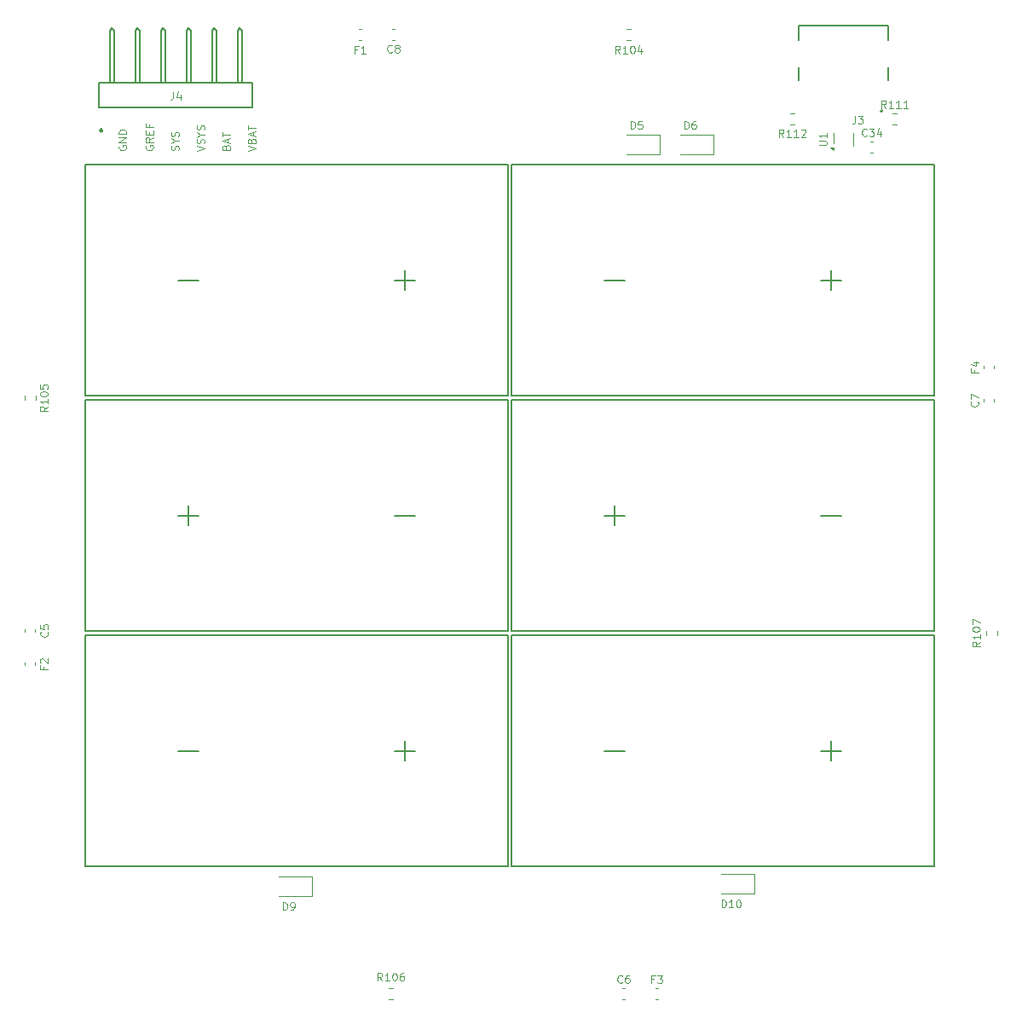
<source format=gbr>
%TF.GenerationSoftware,KiCad,Pcbnew,8.0.5*%
%TF.CreationDate,2025-02-27T20:43:24-05:00*%
%TF.ProjectId,Z+,5a2b2e6b-6963-4616-945f-706362585858,rev?*%
%TF.SameCoordinates,Original*%
%TF.FileFunction,Legend,Top*%
%TF.FilePolarity,Positive*%
%FSLAX46Y46*%
G04 Gerber Fmt 4.6, Leading zero omitted, Abs format (unit mm)*
G04 Created by KiCad (PCBNEW 8.0.5) date 2025-02-27 20:43:24*
%MOMM*%
%LPD*%
G01*
G04 APERTURE LIST*
%ADD10C,0.101600*%
%ADD11C,0.120000*%
%ADD12C,0.200000*%
%ADD13C,0.250000*%
%ADD14C,0.150000*%
G04 APERTURE END LIST*
D10*
X114110747Y-65138586D02*
X114074461Y-65211158D01*
X114074461Y-65211158D02*
X114074461Y-65320015D01*
X114074461Y-65320015D02*
X114110747Y-65428872D01*
X114110747Y-65428872D02*
X114183318Y-65501443D01*
X114183318Y-65501443D02*
X114255890Y-65537729D01*
X114255890Y-65537729D02*
X114401033Y-65574015D01*
X114401033Y-65574015D02*
X114509890Y-65574015D01*
X114509890Y-65574015D02*
X114655033Y-65537729D01*
X114655033Y-65537729D02*
X114727604Y-65501443D01*
X114727604Y-65501443D02*
X114800176Y-65428872D01*
X114800176Y-65428872D02*
X114836461Y-65320015D01*
X114836461Y-65320015D02*
X114836461Y-65247443D01*
X114836461Y-65247443D02*
X114800176Y-65138586D01*
X114800176Y-65138586D02*
X114763890Y-65102300D01*
X114763890Y-65102300D02*
X114509890Y-65102300D01*
X114509890Y-65102300D02*
X114509890Y-65247443D01*
X114836461Y-64340300D02*
X114473604Y-64594300D01*
X114836461Y-64775729D02*
X114074461Y-64775729D01*
X114074461Y-64775729D02*
X114074461Y-64485443D01*
X114074461Y-64485443D02*
X114110747Y-64412872D01*
X114110747Y-64412872D02*
X114147033Y-64376586D01*
X114147033Y-64376586D02*
X114219604Y-64340300D01*
X114219604Y-64340300D02*
X114328461Y-64340300D01*
X114328461Y-64340300D02*
X114401033Y-64376586D01*
X114401033Y-64376586D02*
X114437318Y-64412872D01*
X114437318Y-64412872D02*
X114473604Y-64485443D01*
X114473604Y-64485443D02*
X114473604Y-64775729D01*
X114437318Y-64013729D02*
X114437318Y-63759729D01*
X114836461Y-63650872D02*
X114836461Y-64013729D01*
X114836461Y-64013729D02*
X114074461Y-64013729D01*
X114074461Y-64013729D02*
X114074461Y-63650872D01*
X114437318Y-63070300D02*
X114437318Y-63324300D01*
X114836461Y-63324300D02*
X114074461Y-63324300D01*
X114074461Y-63324300D02*
X114074461Y-62961443D01*
X119154461Y-65646586D02*
X119916461Y-65392586D01*
X119916461Y-65392586D02*
X119154461Y-65138586D01*
X119880176Y-64920872D02*
X119916461Y-64812015D01*
X119916461Y-64812015D02*
X119916461Y-64630586D01*
X119916461Y-64630586D02*
X119880176Y-64558015D01*
X119880176Y-64558015D02*
X119843890Y-64521729D01*
X119843890Y-64521729D02*
X119771318Y-64485443D01*
X119771318Y-64485443D02*
X119698747Y-64485443D01*
X119698747Y-64485443D02*
X119626176Y-64521729D01*
X119626176Y-64521729D02*
X119589890Y-64558015D01*
X119589890Y-64558015D02*
X119553604Y-64630586D01*
X119553604Y-64630586D02*
X119517318Y-64775729D01*
X119517318Y-64775729D02*
X119481033Y-64848300D01*
X119481033Y-64848300D02*
X119444747Y-64884586D01*
X119444747Y-64884586D02*
X119372176Y-64920872D01*
X119372176Y-64920872D02*
X119299604Y-64920872D01*
X119299604Y-64920872D02*
X119227033Y-64884586D01*
X119227033Y-64884586D02*
X119190747Y-64848300D01*
X119190747Y-64848300D02*
X119154461Y-64775729D01*
X119154461Y-64775729D02*
X119154461Y-64594300D01*
X119154461Y-64594300D02*
X119190747Y-64485443D01*
X119553604Y-64013729D02*
X119916461Y-64013729D01*
X119154461Y-64267729D02*
X119553604Y-64013729D01*
X119553604Y-64013729D02*
X119154461Y-63759729D01*
X119880176Y-63542015D02*
X119916461Y-63433158D01*
X119916461Y-63433158D02*
X119916461Y-63251729D01*
X119916461Y-63251729D02*
X119880176Y-63179158D01*
X119880176Y-63179158D02*
X119843890Y-63142872D01*
X119843890Y-63142872D02*
X119771318Y-63106586D01*
X119771318Y-63106586D02*
X119698747Y-63106586D01*
X119698747Y-63106586D02*
X119626176Y-63142872D01*
X119626176Y-63142872D02*
X119589890Y-63179158D01*
X119589890Y-63179158D02*
X119553604Y-63251729D01*
X119553604Y-63251729D02*
X119517318Y-63396872D01*
X119517318Y-63396872D02*
X119481033Y-63469443D01*
X119481033Y-63469443D02*
X119444747Y-63505729D01*
X119444747Y-63505729D02*
X119372176Y-63542015D01*
X119372176Y-63542015D02*
X119299604Y-63542015D01*
X119299604Y-63542015D02*
X119227033Y-63505729D01*
X119227033Y-63505729D02*
X119190747Y-63469443D01*
X119190747Y-63469443D02*
X119154461Y-63396872D01*
X119154461Y-63396872D02*
X119154461Y-63215443D01*
X119154461Y-63215443D02*
X119190747Y-63106586D01*
X124234461Y-65646586D02*
X124996461Y-65392586D01*
X124996461Y-65392586D02*
X124234461Y-65138586D01*
X124597318Y-64630586D02*
X124633604Y-64521729D01*
X124633604Y-64521729D02*
X124669890Y-64485443D01*
X124669890Y-64485443D02*
X124742461Y-64449157D01*
X124742461Y-64449157D02*
X124851318Y-64449157D01*
X124851318Y-64449157D02*
X124923890Y-64485443D01*
X124923890Y-64485443D02*
X124960176Y-64521729D01*
X124960176Y-64521729D02*
X124996461Y-64594300D01*
X124996461Y-64594300D02*
X124996461Y-64884586D01*
X124996461Y-64884586D02*
X124234461Y-64884586D01*
X124234461Y-64884586D02*
X124234461Y-64630586D01*
X124234461Y-64630586D02*
X124270747Y-64558015D01*
X124270747Y-64558015D02*
X124307033Y-64521729D01*
X124307033Y-64521729D02*
X124379604Y-64485443D01*
X124379604Y-64485443D02*
X124452176Y-64485443D01*
X124452176Y-64485443D02*
X124524747Y-64521729D01*
X124524747Y-64521729D02*
X124561033Y-64558015D01*
X124561033Y-64558015D02*
X124597318Y-64630586D01*
X124597318Y-64630586D02*
X124597318Y-64884586D01*
X124778747Y-64158872D02*
X124778747Y-63796015D01*
X124996461Y-64231443D02*
X124234461Y-63977443D01*
X124234461Y-63977443D02*
X124996461Y-63723443D01*
X124234461Y-63578300D02*
X124234461Y-63142872D01*
X124996461Y-63360586D02*
X124234461Y-63360586D01*
X111443747Y-65138586D02*
X111407461Y-65211158D01*
X111407461Y-65211158D02*
X111407461Y-65320015D01*
X111407461Y-65320015D02*
X111443747Y-65428872D01*
X111443747Y-65428872D02*
X111516318Y-65501443D01*
X111516318Y-65501443D02*
X111588890Y-65537729D01*
X111588890Y-65537729D02*
X111734033Y-65574015D01*
X111734033Y-65574015D02*
X111842890Y-65574015D01*
X111842890Y-65574015D02*
X111988033Y-65537729D01*
X111988033Y-65537729D02*
X112060604Y-65501443D01*
X112060604Y-65501443D02*
X112133176Y-65428872D01*
X112133176Y-65428872D02*
X112169461Y-65320015D01*
X112169461Y-65320015D02*
X112169461Y-65247443D01*
X112169461Y-65247443D02*
X112133176Y-65138586D01*
X112133176Y-65138586D02*
X112096890Y-65102300D01*
X112096890Y-65102300D02*
X111842890Y-65102300D01*
X111842890Y-65102300D02*
X111842890Y-65247443D01*
X112169461Y-64775729D02*
X111407461Y-64775729D01*
X111407461Y-64775729D02*
X112169461Y-64340300D01*
X112169461Y-64340300D02*
X111407461Y-64340300D01*
X112169461Y-63977443D02*
X111407461Y-63977443D01*
X111407461Y-63977443D02*
X111407461Y-63796014D01*
X111407461Y-63796014D02*
X111443747Y-63687157D01*
X111443747Y-63687157D02*
X111516318Y-63614586D01*
X111516318Y-63614586D02*
X111588890Y-63578300D01*
X111588890Y-63578300D02*
X111734033Y-63542014D01*
X111734033Y-63542014D02*
X111842890Y-63542014D01*
X111842890Y-63542014D02*
X111988033Y-63578300D01*
X111988033Y-63578300D02*
X112060604Y-63614586D01*
X112060604Y-63614586D02*
X112133176Y-63687157D01*
X112133176Y-63687157D02*
X112169461Y-63796014D01*
X112169461Y-63796014D02*
X112169461Y-63977443D01*
X122057318Y-65283729D02*
X122093604Y-65174872D01*
X122093604Y-65174872D02*
X122129890Y-65138586D01*
X122129890Y-65138586D02*
X122202461Y-65102300D01*
X122202461Y-65102300D02*
X122311318Y-65102300D01*
X122311318Y-65102300D02*
X122383890Y-65138586D01*
X122383890Y-65138586D02*
X122420176Y-65174872D01*
X122420176Y-65174872D02*
X122456461Y-65247443D01*
X122456461Y-65247443D02*
X122456461Y-65537729D01*
X122456461Y-65537729D02*
X121694461Y-65537729D01*
X121694461Y-65537729D02*
X121694461Y-65283729D01*
X121694461Y-65283729D02*
X121730747Y-65211158D01*
X121730747Y-65211158D02*
X121767033Y-65174872D01*
X121767033Y-65174872D02*
X121839604Y-65138586D01*
X121839604Y-65138586D02*
X121912176Y-65138586D01*
X121912176Y-65138586D02*
X121984747Y-65174872D01*
X121984747Y-65174872D02*
X122021033Y-65211158D01*
X122021033Y-65211158D02*
X122057318Y-65283729D01*
X122057318Y-65283729D02*
X122057318Y-65537729D01*
X122238747Y-64812015D02*
X122238747Y-64449158D01*
X122456461Y-64884586D02*
X121694461Y-64630586D01*
X121694461Y-64630586D02*
X122456461Y-64376586D01*
X121694461Y-64231443D02*
X121694461Y-63796015D01*
X122456461Y-64013729D02*
X121694461Y-64013729D01*
X117340176Y-65574015D02*
X117376461Y-65465158D01*
X117376461Y-65465158D02*
X117376461Y-65283729D01*
X117376461Y-65283729D02*
X117340176Y-65211158D01*
X117340176Y-65211158D02*
X117303890Y-65174872D01*
X117303890Y-65174872D02*
X117231318Y-65138586D01*
X117231318Y-65138586D02*
X117158747Y-65138586D01*
X117158747Y-65138586D02*
X117086176Y-65174872D01*
X117086176Y-65174872D02*
X117049890Y-65211158D01*
X117049890Y-65211158D02*
X117013604Y-65283729D01*
X117013604Y-65283729D02*
X116977318Y-65428872D01*
X116977318Y-65428872D02*
X116941033Y-65501443D01*
X116941033Y-65501443D02*
X116904747Y-65537729D01*
X116904747Y-65537729D02*
X116832176Y-65574015D01*
X116832176Y-65574015D02*
X116759604Y-65574015D01*
X116759604Y-65574015D02*
X116687033Y-65537729D01*
X116687033Y-65537729D02*
X116650747Y-65501443D01*
X116650747Y-65501443D02*
X116614461Y-65428872D01*
X116614461Y-65428872D02*
X116614461Y-65247443D01*
X116614461Y-65247443D02*
X116650747Y-65138586D01*
X117013604Y-64666872D02*
X117376461Y-64666872D01*
X116614461Y-64920872D02*
X117013604Y-64666872D01*
X117013604Y-64666872D02*
X116614461Y-64412872D01*
X117340176Y-64195158D02*
X117376461Y-64086301D01*
X117376461Y-64086301D02*
X117376461Y-63904872D01*
X117376461Y-63904872D02*
X117340176Y-63832301D01*
X117340176Y-63832301D02*
X117303890Y-63796015D01*
X117303890Y-63796015D02*
X117231318Y-63759729D01*
X117231318Y-63759729D02*
X117158747Y-63759729D01*
X117158747Y-63759729D02*
X117086176Y-63796015D01*
X117086176Y-63796015D02*
X117049890Y-63832301D01*
X117049890Y-63832301D02*
X117013604Y-63904872D01*
X117013604Y-63904872D02*
X116977318Y-64050015D01*
X116977318Y-64050015D02*
X116941033Y-64122586D01*
X116941033Y-64122586D02*
X116904747Y-64158872D01*
X116904747Y-64158872D02*
X116832176Y-64195158D01*
X116832176Y-64195158D02*
X116759604Y-64195158D01*
X116759604Y-64195158D02*
X116687033Y-64158872D01*
X116687033Y-64158872D02*
X116650747Y-64122586D01*
X116650747Y-64122586D02*
X116614461Y-64050015D01*
X116614461Y-64050015D02*
X116614461Y-63868586D01*
X116614461Y-63868586D02*
X116650747Y-63759729D01*
X127707571Y-141031231D02*
X127707571Y-140269231D01*
X127707571Y-140269231D02*
X127889000Y-140269231D01*
X127889000Y-140269231D02*
X127997857Y-140305517D01*
X127997857Y-140305517D02*
X128070428Y-140378088D01*
X128070428Y-140378088D02*
X128106714Y-140450660D01*
X128106714Y-140450660D02*
X128143000Y-140595803D01*
X128143000Y-140595803D02*
X128143000Y-140704660D01*
X128143000Y-140704660D02*
X128106714Y-140849803D01*
X128106714Y-140849803D02*
X128070428Y-140922374D01*
X128070428Y-140922374D02*
X127997857Y-140994946D01*
X127997857Y-140994946D02*
X127889000Y-141031231D01*
X127889000Y-141031231D02*
X127707571Y-141031231D01*
X128505857Y-141031231D02*
X128651000Y-141031231D01*
X128651000Y-141031231D02*
X128723571Y-140994946D01*
X128723571Y-140994946D02*
X128759857Y-140958660D01*
X128759857Y-140958660D02*
X128832428Y-140849803D01*
X128832428Y-140849803D02*
X128868714Y-140704660D01*
X128868714Y-140704660D02*
X128868714Y-140414374D01*
X128868714Y-140414374D02*
X128832428Y-140341803D01*
X128832428Y-140341803D02*
X128796143Y-140305517D01*
X128796143Y-140305517D02*
X128723571Y-140269231D01*
X128723571Y-140269231D02*
X128578428Y-140269231D01*
X128578428Y-140269231D02*
X128505857Y-140305517D01*
X128505857Y-140305517D02*
X128469571Y-140341803D01*
X128469571Y-140341803D02*
X128433285Y-140414374D01*
X128433285Y-140414374D02*
X128433285Y-140595803D01*
X128433285Y-140595803D02*
X128469571Y-140668374D01*
X128469571Y-140668374D02*
X128505857Y-140704660D01*
X128505857Y-140704660D02*
X128578428Y-140740946D01*
X128578428Y-140740946D02*
X128723571Y-140740946D01*
X128723571Y-140740946D02*
X128796143Y-140704660D01*
X128796143Y-140704660D02*
X128832428Y-140668374D01*
X128832428Y-140668374D02*
X128868714Y-140595803D01*
X161199286Y-55973231D02*
X160945286Y-55610374D01*
X160763857Y-55973231D02*
X160763857Y-55211231D01*
X160763857Y-55211231D02*
X161054143Y-55211231D01*
X161054143Y-55211231D02*
X161126714Y-55247517D01*
X161126714Y-55247517D02*
X161163000Y-55283803D01*
X161163000Y-55283803D02*
X161199286Y-55356374D01*
X161199286Y-55356374D02*
X161199286Y-55465231D01*
X161199286Y-55465231D02*
X161163000Y-55537803D01*
X161163000Y-55537803D02*
X161126714Y-55574088D01*
X161126714Y-55574088D02*
X161054143Y-55610374D01*
X161054143Y-55610374D02*
X160763857Y-55610374D01*
X161925000Y-55973231D02*
X161489571Y-55973231D01*
X161707286Y-55973231D02*
X161707286Y-55211231D01*
X161707286Y-55211231D02*
X161634714Y-55320088D01*
X161634714Y-55320088D02*
X161562143Y-55392660D01*
X161562143Y-55392660D02*
X161489571Y-55428946D01*
X162396714Y-55211231D02*
X162469285Y-55211231D01*
X162469285Y-55211231D02*
X162541857Y-55247517D01*
X162541857Y-55247517D02*
X162578143Y-55283803D01*
X162578143Y-55283803D02*
X162614428Y-55356374D01*
X162614428Y-55356374D02*
X162650714Y-55501517D01*
X162650714Y-55501517D02*
X162650714Y-55682946D01*
X162650714Y-55682946D02*
X162614428Y-55828088D01*
X162614428Y-55828088D02*
X162578143Y-55900660D01*
X162578143Y-55900660D02*
X162541857Y-55936946D01*
X162541857Y-55936946D02*
X162469285Y-55973231D01*
X162469285Y-55973231D02*
X162396714Y-55973231D01*
X162396714Y-55973231D02*
X162324143Y-55936946D01*
X162324143Y-55936946D02*
X162287857Y-55900660D01*
X162287857Y-55900660D02*
X162251571Y-55828088D01*
X162251571Y-55828088D02*
X162215285Y-55682946D01*
X162215285Y-55682946D02*
X162215285Y-55501517D01*
X162215285Y-55501517D02*
X162251571Y-55356374D01*
X162251571Y-55356374D02*
X162287857Y-55283803D01*
X162287857Y-55283803D02*
X162324143Y-55247517D01*
X162324143Y-55247517D02*
X162396714Y-55211231D01*
X163303857Y-55465231D02*
X163303857Y-55973231D01*
X163122428Y-55174946D02*
X162940999Y-55719231D01*
X162940999Y-55719231D02*
X163412714Y-55719231D01*
X164592000Y-147903088D02*
X164338000Y-147903088D01*
X164338000Y-148302231D02*
X164338000Y-147540231D01*
X164338000Y-147540231D02*
X164700857Y-147540231D01*
X164918572Y-147540231D02*
X165390286Y-147540231D01*
X165390286Y-147540231D02*
X165136286Y-147830517D01*
X165136286Y-147830517D02*
X165245143Y-147830517D01*
X165245143Y-147830517D02*
X165317715Y-147866803D01*
X165317715Y-147866803D02*
X165354000Y-147903088D01*
X165354000Y-147903088D02*
X165390286Y-147975660D01*
X165390286Y-147975660D02*
X165390286Y-148157088D01*
X165390286Y-148157088D02*
X165354000Y-148229660D01*
X165354000Y-148229660D02*
X165317715Y-148265946D01*
X165317715Y-148265946D02*
X165245143Y-148302231D01*
X165245143Y-148302231D02*
X165027429Y-148302231D01*
X165027429Y-148302231D02*
X164954857Y-148265946D01*
X164954857Y-148265946D02*
X164918572Y-148229660D01*
X177455286Y-64261231D02*
X177201286Y-63898374D01*
X177019857Y-64261231D02*
X177019857Y-63499231D01*
X177019857Y-63499231D02*
X177310143Y-63499231D01*
X177310143Y-63499231D02*
X177382714Y-63535517D01*
X177382714Y-63535517D02*
X177419000Y-63571803D01*
X177419000Y-63571803D02*
X177455286Y-63644374D01*
X177455286Y-63644374D02*
X177455286Y-63753231D01*
X177455286Y-63753231D02*
X177419000Y-63825803D01*
X177419000Y-63825803D02*
X177382714Y-63862088D01*
X177382714Y-63862088D02*
X177310143Y-63898374D01*
X177310143Y-63898374D02*
X177019857Y-63898374D01*
X178181000Y-64261231D02*
X177745571Y-64261231D01*
X177963286Y-64261231D02*
X177963286Y-63499231D01*
X177963286Y-63499231D02*
X177890714Y-63608088D01*
X177890714Y-63608088D02*
X177818143Y-63680660D01*
X177818143Y-63680660D02*
X177745571Y-63716946D01*
X178906714Y-64261231D02*
X178471285Y-64261231D01*
X178689000Y-64261231D02*
X178689000Y-63499231D01*
X178689000Y-63499231D02*
X178616428Y-63608088D01*
X178616428Y-63608088D02*
X178543857Y-63680660D01*
X178543857Y-63680660D02*
X178471285Y-63716946D01*
X179196999Y-63571803D02*
X179233285Y-63535517D01*
X179233285Y-63535517D02*
X179305857Y-63499231D01*
X179305857Y-63499231D02*
X179487285Y-63499231D01*
X179487285Y-63499231D02*
X179559857Y-63535517D01*
X179559857Y-63535517D02*
X179596142Y-63571803D01*
X179596142Y-63571803D02*
X179632428Y-63644374D01*
X179632428Y-63644374D02*
X179632428Y-63716946D01*
X179632428Y-63716946D02*
X179596142Y-63825803D01*
X179596142Y-63825803D02*
X179160714Y-64261231D01*
X179160714Y-64261231D02*
X179632428Y-64261231D01*
X116840000Y-59783231D02*
X116840000Y-60327517D01*
X116840000Y-60327517D02*
X116803715Y-60436374D01*
X116803715Y-60436374D02*
X116731143Y-60508946D01*
X116731143Y-60508946D02*
X116622286Y-60545231D01*
X116622286Y-60545231D02*
X116549715Y-60545231D01*
X117529429Y-60037231D02*
X117529429Y-60545231D01*
X117348000Y-59746946D02*
X117166571Y-60291231D01*
X117166571Y-60291231D02*
X117638286Y-60291231D01*
X171286714Y-140777231D02*
X171286714Y-140015231D01*
X171286714Y-140015231D02*
X171468143Y-140015231D01*
X171468143Y-140015231D02*
X171577000Y-140051517D01*
X171577000Y-140051517D02*
X171649571Y-140124088D01*
X171649571Y-140124088D02*
X171685857Y-140196660D01*
X171685857Y-140196660D02*
X171722143Y-140341803D01*
X171722143Y-140341803D02*
X171722143Y-140450660D01*
X171722143Y-140450660D02*
X171685857Y-140595803D01*
X171685857Y-140595803D02*
X171649571Y-140668374D01*
X171649571Y-140668374D02*
X171577000Y-140740946D01*
X171577000Y-140740946D02*
X171468143Y-140777231D01*
X171468143Y-140777231D02*
X171286714Y-140777231D01*
X172447857Y-140777231D02*
X172012428Y-140777231D01*
X172230143Y-140777231D02*
X172230143Y-140015231D01*
X172230143Y-140015231D02*
X172157571Y-140124088D01*
X172157571Y-140124088D02*
X172085000Y-140196660D01*
X172085000Y-140196660D02*
X172012428Y-140232946D01*
X172919571Y-140015231D02*
X172992142Y-140015231D01*
X172992142Y-140015231D02*
X173064714Y-140051517D01*
X173064714Y-140051517D02*
X173101000Y-140087803D01*
X173101000Y-140087803D02*
X173137285Y-140160374D01*
X173137285Y-140160374D02*
X173173571Y-140305517D01*
X173173571Y-140305517D02*
X173173571Y-140486946D01*
X173173571Y-140486946D02*
X173137285Y-140632088D01*
X173137285Y-140632088D02*
X173101000Y-140704660D01*
X173101000Y-140704660D02*
X173064714Y-140740946D01*
X173064714Y-140740946D02*
X172992142Y-140777231D01*
X172992142Y-140777231D02*
X172919571Y-140777231D01*
X172919571Y-140777231D02*
X172847000Y-140740946D01*
X172847000Y-140740946D02*
X172810714Y-140704660D01*
X172810714Y-140704660D02*
X172774428Y-140632088D01*
X172774428Y-140632088D02*
X172738142Y-140486946D01*
X172738142Y-140486946D02*
X172738142Y-140305517D01*
X172738142Y-140305517D02*
X172774428Y-140160374D01*
X172774428Y-140160374D02*
X172810714Y-140087803D01*
X172810714Y-140087803D02*
X172847000Y-140051517D01*
X172847000Y-140051517D02*
X172919571Y-140015231D01*
X135128000Y-55574088D02*
X134874000Y-55574088D01*
X134874000Y-55973231D02*
X134874000Y-55211231D01*
X134874000Y-55211231D02*
X135236857Y-55211231D01*
X135926286Y-55973231D02*
X135490857Y-55973231D01*
X135708572Y-55973231D02*
X135708572Y-55211231D01*
X135708572Y-55211231D02*
X135636000Y-55320088D01*
X135636000Y-55320088D02*
X135563429Y-55392660D01*
X135563429Y-55392660D02*
X135490857Y-55428946D01*
X187615286Y-61401231D02*
X187361286Y-61038374D01*
X187179857Y-61401231D02*
X187179857Y-60639231D01*
X187179857Y-60639231D02*
X187470143Y-60639231D01*
X187470143Y-60639231D02*
X187542714Y-60675517D01*
X187542714Y-60675517D02*
X187579000Y-60711803D01*
X187579000Y-60711803D02*
X187615286Y-60784374D01*
X187615286Y-60784374D02*
X187615286Y-60893231D01*
X187615286Y-60893231D02*
X187579000Y-60965803D01*
X187579000Y-60965803D02*
X187542714Y-61002088D01*
X187542714Y-61002088D02*
X187470143Y-61038374D01*
X187470143Y-61038374D02*
X187179857Y-61038374D01*
X188341000Y-61401231D02*
X187905571Y-61401231D01*
X188123286Y-61401231D02*
X188123286Y-60639231D01*
X188123286Y-60639231D02*
X188050714Y-60748088D01*
X188050714Y-60748088D02*
X187978143Y-60820660D01*
X187978143Y-60820660D02*
X187905571Y-60856946D01*
X189066714Y-61401231D02*
X188631285Y-61401231D01*
X188849000Y-61401231D02*
X188849000Y-60639231D01*
X188849000Y-60639231D02*
X188776428Y-60748088D01*
X188776428Y-60748088D02*
X188703857Y-60820660D01*
X188703857Y-60820660D02*
X188631285Y-60856946D01*
X189792428Y-61401231D02*
X189356999Y-61401231D01*
X189574714Y-61401231D02*
X189574714Y-60639231D01*
X189574714Y-60639231D02*
X189502142Y-60748088D01*
X189502142Y-60748088D02*
X189429571Y-60820660D01*
X189429571Y-60820660D02*
X189356999Y-60856946D01*
X138557000Y-55806660D02*
X138520714Y-55842946D01*
X138520714Y-55842946D02*
X138411857Y-55879231D01*
X138411857Y-55879231D02*
X138339285Y-55879231D01*
X138339285Y-55879231D02*
X138230428Y-55842946D01*
X138230428Y-55842946D02*
X138157857Y-55770374D01*
X138157857Y-55770374D02*
X138121571Y-55697803D01*
X138121571Y-55697803D02*
X138085285Y-55552660D01*
X138085285Y-55552660D02*
X138085285Y-55443803D01*
X138085285Y-55443803D02*
X138121571Y-55298660D01*
X138121571Y-55298660D02*
X138157857Y-55226088D01*
X138157857Y-55226088D02*
X138230428Y-55153517D01*
X138230428Y-55153517D02*
X138339285Y-55117231D01*
X138339285Y-55117231D02*
X138411857Y-55117231D01*
X138411857Y-55117231D02*
X138520714Y-55153517D01*
X138520714Y-55153517D02*
X138557000Y-55189803D01*
X138992428Y-55443803D02*
X138919857Y-55407517D01*
X138919857Y-55407517D02*
X138883571Y-55371231D01*
X138883571Y-55371231D02*
X138847285Y-55298660D01*
X138847285Y-55298660D02*
X138847285Y-55262374D01*
X138847285Y-55262374D02*
X138883571Y-55189803D01*
X138883571Y-55189803D02*
X138919857Y-55153517D01*
X138919857Y-55153517D02*
X138992428Y-55117231D01*
X138992428Y-55117231D02*
X139137571Y-55117231D01*
X139137571Y-55117231D02*
X139210143Y-55153517D01*
X139210143Y-55153517D02*
X139246428Y-55189803D01*
X139246428Y-55189803D02*
X139282714Y-55262374D01*
X139282714Y-55262374D02*
X139282714Y-55298660D01*
X139282714Y-55298660D02*
X139246428Y-55371231D01*
X139246428Y-55371231D02*
X139210143Y-55407517D01*
X139210143Y-55407517D02*
X139137571Y-55443803D01*
X139137571Y-55443803D02*
X138992428Y-55443803D01*
X138992428Y-55443803D02*
X138919857Y-55480088D01*
X138919857Y-55480088D02*
X138883571Y-55516374D01*
X138883571Y-55516374D02*
X138847285Y-55588946D01*
X138847285Y-55588946D02*
X138847285Y-55734088D01*
X138847285Y-55734088D02*
X138883571Y-55806660D01*
X138883571Y-55806660D02*
X138919857Y-55842946D01*
X138919857Y-55842946D02*
X138992428Y-55879231D01*
X138992428Y-55879231D02*
X139137571Y-55879231D01*
X139137571Y-55879231D02*
X139210143Y-55842946D01*
X139210143Y-55842946D02*
X139246428Y-55806660D01*
X139246428Y-55806660D02*
X139282714Y-55734088D01*
X139282714Y-55734088D02*
X139282714Y-55588946D01*
X139282714Y-55588946D02*
X139246428Y-55516374D01*
X139246428Y-55516374D02*
X139210143Y-55480088D01*
X139210143Y-55480088D02*
X139137571Y-55443803D01*
X137577286Y-148048231D02*
X137323286Y-147685374D01*
X137141857Y-148048231D02*
X137141857Y-147286231D01*
X137141857Y-147286231D02*
X137432143Y-147286231D01*
X137432143Y-147286231D02*
X137504714Y-147322517D01*
X137504714Y-147322517D02*
X137541000Y-147358803D01*
X137541000Y-147358803D02*
X137577286Y-147431374D01*
X137577286Y-147431374D02*
X137577286Y-147540231D01*
X137577286Y-147540231D02*
X137541000Y-147612803D01*
X137541000Y-147612803D02*
X137504714Y-147649088D01*
X137504714Y-147649088D02*
X137432143Y-147685374D01*
X137432143Y-147685374D02*
X137141857Y-147685374D01*
X138303000Y-148048231D02*
X137867571Y-148048231D01*
X138085286Y-148048231D02*
X138085286Y-147286231D01*
X138085286Y-147286231D02*
X138012714Y-147395088D01*
X138012714Y-147395088D02*
X137940143Y-147467660D01*
X137940143Y-147467660D02*
X137867571Y-147503946D01*
X138774714Y-147286231D02*
X138847285Y-147286231D01*
X138847285Y-147286231D02*
X138919857Y-147322517D01*
X138919857Y-147322517D02*
X138956143Y-147358803D01*
X138956143Y-147358803D02*
X138992428Y-147431374D01*
X138992428Y-147431374D02*
X139028714Y-147576517D01*
X139028714Y-147576517D02*
X139028714Y-147757946D01*
X139028714Y-147757946D02*
X138992428Y-147903088D01*
X138992428Y-147903088D02*
X138956143Y-147975660D01*
X138956143Y-147975660D02*
X138919857Y-148011946D01*
X138919857Y-148011946D02*
X138847285Y-148048231D01*
X138847285Y-148048231D02*
X138774714Y-148048231D01*
X138774714Y-148048231D02*
X138702143Y-148011946D01*
X138702143Y-148011946D02*
X138665857Y-147975660D01*
X138665857Y-147975660D02*
X138629571Y-147903088D01*
X138629571Y-147903088D02*
X138593285Y-147757946D01*
X138593285Y-147757946D02*
X138593285Y-147576517D01*
X138593285Y-147576517D02*
X138629571Y-147431374D01*
X138629571Y-147431374D02*
X138665857Y-147358803D01*
X138665857Y-147358803D02*
X138702143Y-147322517D01*
X138702143Y-147322517D02*
X138774714Y-147286231D01*
X139681857Y-147286231D02*
X139536714Y-147286231D01*
X139536714Y-147286231D02*
X139464142Y-147322517D01*
X139464142Y-147322517D02*
X139427857Y-147358803D01*
X139427857Y-147358803D02*
X139355285Y-147467660D01*
X139355285Y-147467660D02*
X139318999Y-147612803D01*
X139318999Y-147612803D02*
X139318999Y-147903088D01*
X139318999Y-147903088D02*
X139355285Y-147975660D01*
X139355285Y-147975660D02*
X139391571Y-148011946D01*
X139391571Y-148011946D02*
X139464142Y-148048231D01*
X139464142Y-148048231D02*
X139609285Y-148048231D01*
X139609285Y-148048231D02*
X139681857Y-148011946D01*
X139681857Y-148011946D02*
X139718142Y-147975660D01*
X139718142Y-147975660D02*
X139754428Y-147903088D01*
X139754428Y-147903088D02*
X139754428Y-147721660D01*
X139754428Y-147721660D02*
X139718142Y-147649088D01*
X139718142Y-147649088D02*
X139681857Y-147612803D01*
X139681857Y-147612803D02*
X139609285Y-147576517D01*
X139609285Y-147576517D02*
X139464142Y-147576517D01*
X139464142Y-147576517D02*
X139391571Y-147612803D01*
X139391571Y-147612803D02*
X139355285Y-147649088D01*
X139355285Y-147649088D02*
X139318999Y-147721660D01*
X196943231Y-114390713D02*
X196580374Y-114644713D01*
X196943231Y-114826142D02*
X196181231Y-114826142D01*
X196181231Y-114826142D02*
X196181231Y-114535856D01*
X196181231Y-114535856D02*
X196217517Y-114463285D01*
X196217517Y-114463285D02*
X196253803Y-114426999D01*
X196253803Y-114426999D02*
X196326374Y-114390713D01*
X196326374Y-114390713D02*
X196435231Y-114390713D01*
X196435231Y-114390713D02*
X196507803Y-114426999D01*
X196507803Y-114426999D02*
X196544088Y-114463285D01*
X196544088Y-114463285D02*
X196580374Y-114535856D01*
X196580374Y-114535856D02*
X196580374Y-114826142D01*
X196943231Y-113664999D02*
X196943231Y-114100428D01*
X196943231Y-113882713D02*
X196181231Y-113882713D01*
X196181231Y-113882713D02*
X196290088Y-113955285D01*
X196290088Y-113955285D02*
X196362660Y-114027856D01*
X196362660Y-114027856D02*
X196398946Y-114100428D01*
X196181231Y-113193285D02*
X196181231Y-113120714D01*
X196181231Y-113120714D02*
X196217517Y-113048142D01*
X196217517Y-113048142D02*
X196253803Y-113011857D01*
X196253803Y-113011857D02*
X196326374Y-112975571D01*
X196326374Y-112975571D02*
X196471517Y-112939285D01*
X196471517Y-112939285D02*
X196652946Y-112939285D01*
X196652946Y-112939285D02*
X196798088Y-112975571D01*
X196798088Y-112975571D02*
X196870660Y-113011857D01*
X196870660Y-113011857D02*
X196906946Y-113048142D01*
X196906946Y-113048142D02*
X196943231Y-113120714D01*
X196943231Y-113120714D02*
X196943231Y-113193285D01*
X196943231Y-113193285D02*
X196906946Y-113265857D01*
X196906946Y-113265857D02*
X196870660Y-113302142D01*
X196870660Y-113302142D02*
X196798088Y-113338428D01*
X196798088Y-113338428D02*
X196652946Y-113374714D01*
X196652946Y-113374714D02*
X196471517Y-113374714D01*
X196471517Y-113374714D02*
X196326374Y-113338428D01*
X196326374Y-113338428D02*
X196253803Y-113302142D01*
X196253803Y-113302142D02*
X196217517Y-113265857D01*
X196217517Y-113265857D02*
X196181231Y-113193285D01*
X196181231Y-112685285D02*
X196181231Y-112177285D01*
X196181231Y-112177285D02*
X196943231Y-112503857D01*
X167585571Y-63466231D02*
X167585571Y-62704231D01*
X167585571Y-62704231D02*
X167767000Y-62704231D01*
X167767000Y-62704231D02*
X167875857Y-62740517D01*
X167875857Y-62740517D02*
X167948428Y-62813088D01*
X167948428Y-62813088D02*
X167984714Y-62885660D01*
X167984714Y-62885660D02*
X168021000Y-63030803D01*
X168021000Y-63030803D02*
X168021000Y-63139660D01*
X168021000Y-63139660D02*
X167984714Y-63284803D01*
X167984714Y-63284803D02*
X167948428Y-63357374D01*
X167948428Y-63357374D02*
X167875857Y-63429946D01*
X167875857Y-63429946D02*
X167767000Y-63466231D01*
X167767000Y-63466231D02*
X167585571Y-63466231D01*
X168674143Y-62704231D02*
X168529000Y-62704231D01*
X168529000Y-62704231D02*
X168456428Y-62740517D01*
X168456428Y-62740517D02*
X168420143Y-62776803D01*
X168420143Y-62776803D02*
X168347571Y-62885660D01*
X168347571Y-62885660D02*
X168311285Y-63030803D01*
X168311285Y-63030803D02*
X168311285Y-63321088D01*
X168311285Y-63321088D02*
X168347571Y-63393660D01*
X168347571Y-63393660D02*
X168383857Y-63429946D01*
X168383857Y-63429946D02*
X168456428Y-63466231D01*
X168456428Y-63466231D02*
X168601571Y-63466231D01*
X168601571Y-63466231D02*
X168674143Y-63429946D01*
X168674143Y-63429946D02*
X168710428Y-63393660D01*
X168710428Y-63393660D02*
X168746714Y-63321088D01*
X168746714Y-63321088D02*
X168746714Y-63139660D01*
X168746714Y-63139660D02*
X168710428Y-63067088D01*
X168710428Y-63067088D02*
X168674143Y-63030803D01*
X168674143Y-63030803D02*
X168601571Y-62994517D01*
X168601571Y-62994517D02*
X168456428Y-62994517D01*
X168456428Y-62994517D02*
X168383857Y-63030803D01*
X168383857Y-63030803D02*
X168347571Y-63067088D01*
X168347571Y-63067088D02*
X168311285Y-63139660D01*
X161417000Y-148196660D02*
X161380714Y-148232946D01*
X161380714Y-148232946D02*
X161271857Y-148269231D01*
X161271857Y-148269231D02*
X161199285Y-148269231D01*
X161199285Y-148269231D02*
X161090428Y-148232946D01*
X161090428Y-148232946D02*
X161017857Y-148160374D01*
X161017857Y-148160374D02*
X160981571Y-148087803D01*
X160981571Y-148087803D02*
X160945285Y-147942660D01*
X160945285Y-147942660D02*
X160945285Y-147833803D01*
X160945285Y-147833803D02*
X160981571Y-147688660D01*
X160981571Y-147688660D02*
X161017857Y-147616088D01*
X161017857Y-147616088D02*
X161090428Y-147543517D01*
X161090428Y-147543517D02*
X161199285Y-147507231D01*
X161199285Y-147507231D02*
X161271857Y-147507231D01*
X161271857Y-147507231D02*
X161380714Y-147543517D01*
X161380714Y-147543517D02*
X161417000Y-147579803D01*
X162070143Y-147507231D02*
X161925000Y-147507231D01*
X161925000Y-147507231D02*
X161852428Y-147543517D01*
X161852428Y-147543517D02*
X161816143Y-147579803D01*
X161816143Y-147579803D02*
X161743571Y-147688660D01*
X161743571Y-147688660D02*
X161707285Y-147833803D01*
X161707285Y-147833803D02*
X161707285Y-148124088D01*
X161707285Y-148124088D02*
X161743571Y-148196660D01*
X161743571Y-148196660D02*
X161779857Y-148232946D01*
X161779857Y-148232946D02*
X161852428Y-148269231D01*
X161852428Y-148269231D02*
X161997571Y-148269231D01*
X161997571Y-148269231D02*
X162070143Y-148232946D01*
X162070143Y-148232946D02*
X162106428Y-148196660D01*
X162106428Y-148196660D02*
X162142714Y-148124088D01*
X162142714Y-148124088D02*
X162142714Y-147942660D01*
X162142714Y-147942660D02*
X162106428Y-147870088D01*
X162106428Y-147870088D02*
X162070143Y-147833803D01*
X162070143Y-147833803D02*
X161997571Y-147797517D01*
X161997571Y-147797517D02*
X161852428Y-147797517D01*
X161852428Y-147797517D02*
X161779857Y-147833803D01*
X161779857Y-147833803D02*
X161743571Y-147870088D01*
X161743571Y-147870088D02*
X161707285Y-147942660D01*
X184559000Y-62186731D02*
X184559000Y-62731017D01*
X184559000Y-62731017D02*
X184522715Y-62839874D01*
X184522715Y-62839874D02*
X184450143Y-62912446D01*
X184450143Y-62912446D02*
X184341286Y-62948731D01*
X184341286Y-62948731D02*
X184268715Y-62948731D01*
X184849286Y-62186731D02*
X185321000Y-62186731D01*
X185321000Y-62186731D02*
X185067000Y-62477017D01*
X185067000Y-62477017D02*
X185175857Y-62477017D01*
X185175857Y-62477017D02*
X185248429Y-62513303D01*
X185248429Y-62513303D02*
X185284714Y-62549588D01*
X185284714Y-62549588D02*
X185321000Y-62622160D01*
X185321000Y-62622160D02*
X185321000Y-62803588D01*
X185321000Y-62803588D02*
X185284714Y-62876160D01*
X185284714Y-62876160D02*
X185248429Y-62912446D01*
X185248429Y-62912446D02*
X185175857Y-62948731D01*
X185175857Y-62948731D02*
X184958143Y-62948731D01*
X184958143Y-62948731D02*
X184885571Y-62912446D01*
X184885571Y-62912446D02*
X184849286Y-62876160D01*
X180973231Y-65096571D02*
X181590088Y-65096571D01*
X181590088Y-65096571D02*
X181662660Y-65060285D01*
X181662660Y-65060285D02*
X181698946Y-65024000D01*
X181698946Y-65024000D02*
X181735231Y-64951428D01*
X181735231Y-64951428D02*
X181735231Y-64806285D01*
X181735231Y-64806285D02*
X181698946Y-64733714D01*
X181698946Y-64733714D02*
X181662660Y-64697428D01*
X181662660Y-64697428D02*
X181590088Y-64661142D01*
X181590088Y-64661142D02*
X180973231Y-64661142D01*
X181735231Y-63899142D02*
X181735231Y-64334571D01*
X181735231Y-64116856D02*
X180973231Y-64116856D01*
X180973231Y-64116856D02*
X181082088Y-64189428D01*
X181082088Y-64189428D02*
X181154660Y-64261999D01*
X181154660Y-64261999D02*
X181190946Y-64334571D01*
X103961088Y-116839999D02*
X103961088Y-117093999D01*
X104360231Y-117093999D02*
X103598231Y-117093999D01*
X103598231Y-117093999D02*
X103598231Y-116731142D01*
X103670803Y-116477142D02*
X103634517Y-116440856D01*
X103634517Y-116440856D02*
X103598231Y-116368285D01*
X103598231Y-116368285D02*
X103598231Y-116186856D01*
X103598231Y-116186856D02*
X103634517Y-116114285D01*
X103634517Y-116114285D02*
X103670803Y-116077999D01*
X103670803Y-116077999D02*
X103743374Y-116041713D01*
X103743374Y-116041713D02*
X103815946Y-116041713D01*
X103815946Y-116041713D02*
X103924803Y-116077999D01*
X103924803Y-116077999D02*
X104360231Y-116513427D01*
X104360231Y-116513427D02*
X104360231Y-116041713D01*
X196710660Y-90550999D02*
X196746946Y-90587285D01*
X196746946Y-90587285D02*
X196783231Y-90696142D01*
X196783231Y-90696142D02*
X196783231Y-90768714D01*
X196783231Y-90768714D02*
X196746946Y-90877571D01*
X196746946Y-90877571D02*
X196674374Y-90950142D01*
X196674374Y-90950142D02*
X196601803Y-90986428D01*
X196601803Y-90986428D02*
X196456660Y-91022714D01*
X196456660Y-91022714D02*
X196347803Y-91022714D01*
X196347803Y-91022714D02*
X196202660Y-90986428D01*
X196202660Y-90986428D02*
X196130088Y-90950142D01*
X196130088Y-90950142D02*
X196057517Y-90877571D01*
X196057517Y-90877571D02*
X196021231Y-90768714D01*
X196021231Y-90768714D02*
X196021231Y-90696142D01*
X196021231Y-90696142D02*
X196057517Y-90587285D01*
X196057517Y-90587285D02*
X196093803Y-90550999D01*
X196021231Y-90296999D02*
X196021231Y-89788999D01*
X196021231Y-89788999D02*
X196783231Y-90115571D01*
X162251571Y-63466231D02*
X162251571Y-62704231D01*
X162251571Y-62704231D02*
X162433000Y-62704231D01*
X162433000Y-62704231D02*
X162541857Y-62740517D01*
X162541857Y-62740517D02*
X162614428Y-62813088D01*
X162614428Y-62813088D02*
X162650714Y-62885660D01*
X162650714Y-62885660D02*
X162687000Y-63030803D01*
X162687000Y-63030803D02*
X162687000Y-63139660D01*
X162687000Y-63139660D02*
X162650714Y-63284803D01*
X162650714Y-63284803D02*
X162614428Y-63357374D01*
X162614428Y-63357374D02*
X162541857Y-63429946D01*
X162541857Y-63429946D02*
X162433000Y-63466231D01*
X162433000Y-63466231D02*
X162251571Y-63466231D01*
X163376428Y-62704231D02*
X163013571Y-62704231D01*
X163013571Y-62704231D02*
X162977285Y-63067088D01*
X162977285Y-63067088D02*
X163013571Y-63030803D01*
X163013571Y-63030803D02*
X163086143Y-62994517D01*
X163086143Y-62994517D02*
X163267571Y-62994517D01*
X163267571Y-62994517D02*
X163340143Y-63030803D01*
X163340143Y-63030803D02*
X163376428Y-63067088D01*
X163376428Y-63067088D02*
X163412714Y-63139660D01*
X163412714Y-63139660D02*
X163412714Y-63321088D01*
X163412714Y-63321088D02*
X163376428Y-63393660D01*
X163376428Y-63393660D02*
X163340143Y-63429946D01*
X163340143Y-63429946D02*
X163267571Y-63466231D01*
X163267571Y-63466231D02*
X163086143Y-63466231D01*
X163086143Y-63466231D02*
X163013571Y-63429946D01*
X163013571Y-63429946D02*
X162977285Y-63393660D01*
X104320660Y-113410999D02*
X104356946Y-113447285D01*
X104356946Y-113447285D02*
X104393231Y-113556142D01*
X104393231Y-113556142D02*
X104393231Y-113628714D01*
X104393231Y-113628714D02*
X104356946Y-113737571D01*
X104356946Y-113737571D02*
X104284374Y-113810142D01*
X104284374Y-113810142D02*
X104211803Y-113846428D01*
X104211803Y-113846428D02*
X104066660Y-113882714D01*
X104066660Y-113882714D02*
X103957803Y-113882714D01*
X103957803Y-113882714D02*
X103812660Y-113846428D01*
X103812660Y-113846428D02*
X103740088Y-113810142D01*
X103740088Y-113810142D02*
X103667517Y-113737571D01*
X103667517Y-113737571D02*
X103631231Y-113628714D01*
X103631231Y-113628714D02*
X103631231Y-113556142D01*
X103631231Y-113556142D02*
X103667517Y-113447285D01*
X103667517Y-113447285D02*
X103703803Y-113410999D01*
X103631231Y-112721571D02*
X103631231Y-113084428D01*
X103631231Y-113084428D02*
X103994088Y-113120714D01*
X103994088Y-113120714D02*
X103957803Y-113084428D01*
X103957803Y-113084428D02*
X103921517Y-113011857D01*
X103921517Y-113011857D02*
X103921517Y-112830428D01*
X103921517Y-112830428D02*
X103957803Y-112757857D01*
X103957803Y-112757857D02*
X103994088Y-112721571D01*
X103994088Y-112721571D02*
X104066660Y-112685285D01*
X104066660Y-112685285D02*
X104248088Y-112685285D01*
X104248088Y-112685285D02*
X104320660Y-112721571D01*
X104320660Y-112721571D02*
X104356946Y-112757857D01*
X104356946Y-112757857D02*
X104393231Y-112830428D01*
X104393231Y-112830428D02*
X104393231Y-113011857D01*
X104393231Y-113011857D02*
X104356946Y-113084428D01*
X104356946Y-113084428D02*
X104320660Y-113120714D01*
X185692143Y-64122660D02*
X185655857Y-64158946D01*
X185655857Y-64158946D02*
X185547000Y-64195231D01*
X185547000Y-64195231D02*
X185474428Y-64195231D01*
X185474428Y-64195231D02*
X185365571Y-64158946D01*
X185365571Y-64158946D02*
X185293000Y-64086374D01*
X185293000Y-64086374D02*
X185256714Y-64013803D01*
X185256714Y-64013803D02*
X185220428Y-63868660D01*
X185220428Y-63868660D02*
X185220428Y-63759803D01*
X185220428Y-63759803D02*
X185256714Y-63614660D01*
X185256714Y-63614660D02*
X185293000Y-63542088D01*
X185293000Y-63542088D02*
X185365571Y-63469517D01*
X185365571Y-63469517D02*
X185474428Y-63433231D01*
X185474428Y-63433231D02*
X185547000Y-63433231D01*
X185547000Y-63433231D02*
X185655857Y-63469517D01*
X185655857Y-63469517D02*
X185692143Y-63505803D01*
X185946143Y-63433231D02*
X186417857Y-63433231D01*
X186417857Y-63433231D02*
X186163857Y-63723517D01*
X186163857Y-63723517D02*
X186272714Y-63723517D01*
X186272714Y-63723517D02*
X186345286Y-63759803D01*
X186345286Y-63759803D02*
X186381571Y-63796088D01*
X186381571Y-63796088D02*
X186417857Y-63868660D01*
X186417857Y-63868660D02*
X186417857Y-64050088D01*
X186417857Y-64050088D02*
X186381571Y-64122660D01*
X186381571Y-64122660D02*
X186345286Y-64158946D01*
X186345286Y-64158946D02*
X186272714Y-64195231D01*
X186272714Y-64195231D02*
X186055000Y-64195231D01*
X186055000Y-64195231D02*
X185982428Y-64158946D01*
X185982428Y-64158946D02*
X185946143Y-64122660D01*
X187071000Y-63687231D02*
X187071000Y-64195231D01*
X186889571Y-63396946D02*
X186708142Y-63941231D01*
X186708142Y-63941231D02*
X187179857Y-63941231D01*
X104360231Y-91022713D02*
X103997374Y-91276713D01*
X104360231Y-91458142D02*
X103598231Y-91458142D01*
X103598231Y-91458142D02*
X103598231Y-91167856D01*
X103598231Y-91167856D02*
X103634517Y-91095285D01*
X103634517Y-91095285D02*
X103670803Y-91058999D01*
X103670803Y-91058999D02*
X103743374Y-91022713D01*
X103743374Y-91022713D02*
X103852231Y-91022713D01*
X103852231Y-91022713D02*
X103924803Y-91058999D01*
X103924803Y-91058999D02*
X103961088Y-91095285D01*
X103961088Y-91095285D02*
X103997374Y-91167856D01*
X103997374Y-91167856D02*
X103997374Y-91458142D01*
X104360231Y-90296999D02*
X104360231Y-90732428D01*
X104360231Y-90514713D02*
X103598231Y-90514713D01*
X103598231Y-90514713D02*
X103707088Y-90587285D01*
X103707088Y-90587285D02*
X103779660Y-90659856D01*
X103779660Y-90659856D02*
X103815946Y-90732428D01*
X103598231Y-89825285D02*
X103598231Y-89752714D01*
X103598231Y-89752714D02*
X103634517Y-89680142D01*
X103634517Y-89680142D02*
X103670803Y-89643857D01*
X103670803Y-89643857D02*
X103743374Y-89607571D01*
X103743374Y-89607571D02*
X103888517Y-89571285D01*
X103888517Y-89571285D02*
X104069946Y-89571285D01*
X104069946Y-89571285D02*
X104215088Y-89607571D01*
X104215088Y-89607571D02*
X104287660Y-89643857D01*
X104287660Y-89643857D02*
X104323946Y-89680142D01*
X104323946Y-89680142D02*
X104360231Y-89752714D01*
X104360231Y-89752714D02*
X104360231Y-89825285D01*
X104360231Y-89825285D02*
X104323946Y-89897857D01*
X104323946Y-89897857D02*
X104287660Y-89934142D01*
X104287660Y-89934142D02*
X104215088Y-89970428D01*
X104215088Y-89970428D02*
X104069946Y-90006714D01*
X104069946Y-90006714D02*
X103888517Y-90006714D01*
X103888517Y-90006714D02*
X103743374Y-89970428D01*
X103743374Y-89970428D02*
X103670803Y-89934142D01*
X103670803Y-89934142D02*
X103634517Y-89897857D01*
X103634517Y-89897857D02*
X103598231Y-89825285D01*
X103598231Y-88881857D02*
X103598231Y-89244714D01*
X103598231Y-89244714D02*
X103961088Y-89281000D01*
X103961088Y-89281000D02*
X103924803Y-89244714D01*
X103924803Y-89244714D02*
X103888517Y-89172143D01*
X103888517Y-89172143D02*
X103888517Y-88990714D01*
X103888517Y-88990714D02*
X103924803Y-88918143D01*
X103924803Y-88918143D02*
X103961088Y-88881857D01*
X103961088Y-88881857D02*
X104033660Y-88845571D01*
X104033660Y-88845571D02*
X104215088Y-88845571D01*
X104215088Y-88845571D02*
X104287660Y-88881857D01*
X104287660Y-88881857D02*
X104323946Y-88918143D01*
X104323946Y-88918143D02*
X104360231Y-88990714D01*
X104360231Y-88990714D02*
X104360231Y-89172143D01*
X104360231Y-89172143D02*
X104323946Y-89244714D01*
X104323946Y-89244714D02*
X104287660Y-89281000D01*
X196417088Y-87375999D02*
X196417088Y-87629999D01*
X196816231Y-87629999D02*
X196054231Y-87629999D01*
X196054231Y-87629999D02*
X196054231Y-87267142D01*
X196308231Y-86650285D02*
X196816231Y-86650285D01*
X196017946Y-86831713D02*
X196562231Y-87013142D01*
X196562231Y-87013142D02*
X196562231Y-86541427D01*
D11*
%TO.C,D9*%
X127270000Y-139694000D02*
X130580000Y-139694000D01*
X130580000Y-137674000D02*
X127270000Y-137674000D01*
X130580000Y-137674000D02*
X130580000Y-139694000D01*
%TO.C,R104*%
X161814742Y-53579500D02*
X162289258Y-53579500D01*
X161814742Y-54624500D02*
X162289258Y-54624500D01*
%TO.C,F3*%
X165008779Y-148842000D02*
X164683221Y-148842000D01*
X165008779Y-149862000D02*
X164683221Y-149862000D01*
%TO.C,R112*%
X178545258Y-61961500D02*
X178070742Y-61961500D01*
X178545258Y-63006500D02*
X178070742Y-63006500D01*
D12*
%TO.C,J4*%
X109474000Y-58882000D02*
X118584000Y-58882000D01*
X109474000Y-61382000D02*
X109474000Y-58882000D01*
X109474000Y-61382000D02*
X124714000Y-61382000D01*
X110524000Y-53702000D02*
X110746860Y-53482000D01*
X110524000Y-58882000D02*
X110524000Y-53702000D01*
X110746860Y-53482000D02*
X110964000Y-53702000D01*
X110964000Y-58882000D02*
X110964000Y-53702000D01*
X113064000Y-53702000D02*
X113286860Y-53482000D01*
X113064000Y-58882000D02*
X113064000Y-53702000D01*
X113286860Y-53482000D02*
X113504000Y-53702000D01*
X113504000Y-58882000D02*
X113504000Y-53702000D01*
X115604000Y-53702000D02*
X115826860Y-53482000D01*
X115604000Y-58882000D02*
X115604000Y-53702000D01*
X115826860Y-53482000D02*
X116044000Y-53702000D01*
X116044000Y-58882000D02*
X116044000Y-53702000D01*
X118144000Y-53702000D02*
X118366860Y-53482000D01*
X118144000Y-58882000D02*
X118144000Y-53702000D01*
X118366860Y-53482000D02*
X118584000Y-53702000D01*
X118584000Y-58882000D02*
X118584000Y-53702000D01*
X118584000Y-58882000D02*
X120684000Y-58882000D01*
X120684000Y-53702000D02*
X120906860Y-53482000D01*
X120684000Y-58882000D02*
X120684000Y-53702000D01*
X120684000Y-58882000D02*
X121124000Y-58882000D01*
X120906860Y-53482000D02*
X121124000Y-53702000D01*
X121124000Y-58882000D02*
X121124000Y-53702000D01*
X121124000Y-58882000D02*
X123224000Y-58882000D01*
X123224000Y-53702000D02*
X123446860Y-53482000D01*
X123224000Y-58882000D02*
X123224000Y-53702000D01*
X123224000Y-58882000D02*
X123664000Y-58882000D01*
X123446860Y-53482000D02*
X123664000Y-53702000D01*
X123664000Y-58882000D02*
X123664000Y-53702000D01*
X123664000Y-58882000D02*
X124714000Y-58882000D01*
X124714000Y-61382000D02*
X124714000Y-58882000D01*
D13*
X109794000Y-63632000D02*
G75*
G02*
X109554000Y-63632000I-120000J0D01*
G01*
X109554000Y-63632000D02*
G75*
G02*
X109794000Y-63632000I120000J0D01*
G01*
D11*
%TO.C,D10*%
X171212000Y-139440000D02*
X174522000Y-139440000D01*
X174522000Y-137420000D02*
X171212000Y-137420000D01*
X174522000Y-137420000D02*
X174522000Y-139440000D01*
%TO.C,F1*%
X135219221Y-53592000D02*
X135544779Y-53592000D01*
X135219221Y-54612000D02*
X135544779Y-54612000D01*
D14*
%TO.C,SC5*%
X108093274Y-113722000D02*
X108093274Y-136722000D01*
X108093274Y-113722000D02*
X150093274Y-113722000D01*
X108093274Y-136722000D02*
X150093274Y-136722000D01*
D12*
X119343274Y-125222000D02*
X117343274Y-125222000D01*
X138843274Y-125222000D02*
X140843274Y-125222000D01*
X139843274Y-124222000D02*
X139843274Y-126222000D01*
D14*
X150093274Y-113722000D02*
X150093274Y-136722000D01*
D11*
%TO.C,R111*%
X188230742Y-61961500D02*
X188705258Y-61961500D01*
X188230742Y-63006500D02*
X188705258Y-63006500D01*
%TO.C,C8*%
X138824580Y-53592000D02*
X138543420Y-53592000D01*
X138824580Y-54612000D02*
X138543420Y-54612000D01*
D14*
%TO.C,SC3*%
X150409674Y-113354000D02*
X150409674Y-90354000D01*
D12*
X160659674Y-102854000D02*
X160659674Y-100854000D01*
X161659674Y-101854000D02*
X159659674Y-101854000D01*
X181159674Y-101854000D02*
X183159674Y-101854000D01*
D14*
X192409674Y-90354000D02*
X150409674Y-90354000D01*
X192409674Y-113354000D02*
X150409674Y-113354000D01*
X192409674Y-113354000D02*
X192409674Y-90354000D01*
%TO.C,SC1*%
X108093274Y-66986000D02*
X108093274Y-89986000D01*
X108093274Y-66986000D02*
X150093274Y-66986000D01*
X108093274Y-89986000D02*
X150093274Y-89986000D01*
D12*
X119343274Y-78486000D02*
X117343274Y-78486000D01*
X138843274Y-78486000D02*
X140843274Y-78486000D01*
X139843274Y-77486000D02*
X139843274Y-79486000D01*
D14*
X150093274Y-66986000D02*
X150093274Y-89986000D01*
D11*
%TO.C,R106*%
X138667258Y-148829500D02*
X138192742Y-148829500D01*
X138667258Y-149874500D02*
X138192742Y-149874500D01*
%TO.C,R107*%
X197597500Y-113300742D02*
X197597500Y-113775258D01*
X198642500Y-113300742D02*
X198642500Y-113775258D01*
D14*
%TO.C,SC4*%
X108093274Y-113354000D02*
X108093274Y-90354000D01*
D12*
X118343274Y-102854000D02*
X118343274Y-100854000D01*
X119343274Y-101854000D02*
X117343274Y-101854000D01*
X138843274Y-101854000D02*
X140843274Y-101854000D01*
D14*
X150093274Y-90354000D02*
X108093274Y-90354000D01*
X150093274Y-113354000D02*
X108093274Y-113354000D01*
X150093274Y-113354000D02*
X150093274Y-90354000D01*
%TO.C,SC2*%
X150409674Y-66986000D02*
X150409674Y-89986000D01*
X150409674Y-66986000D02*
X192409674Y-66986000D01*
X150409674Y-89986000D02*
X192409674Y-89986000D01*
D12*
X161659674Y-78486000D02*
X159659674Y-78486000D01*
X181159674Y-78486000D02*
X183159674Y-78486000D01*
X182159674Y-77486000D02*
X182159674Y-79486000D01*
D14*
X192409674Y-66986000D02*
X192409674Y-89986000D01*
D11*
%TO.C,D6*%
X167148000Y-66034000D02*
X170458000Y-66034000D01*
X170458000Y-64014000D02*
X167148000Y-64014000D01*
X170458000Y-64014000D02*
X170458000Y-66034000D01*
D14*
%TO.C,SC6*%
X150409674Y-113722000D02*
X150409674Y-136722000D01*
X150409674Y-113722000D02*
X192409674Y-113722000D01*
X150409674Y-136722000D02*
X192409674Y-136722000D01*
D12*
X161659674Y-125222000D02*
X159659674Y-125222000D01*
X181159674Y-125222000D02*
X183159674Y-125222000D01*
X182159674Y-124222000D02*
X182159674Y-126222000D01*
D14*
X192409674Y-113722000D02*
X192409674Y-136722000D01*
D11*
%TO.C,C6*%
X161403420Y-148842000D02*
X161684580Y-148842000D01*
X161403420Y-149862000D02*
X161684580Y-149862000D01*
D12*
%TO.C,J3*%
X178918000Y-53186500D02*
X178918000Y-54676500D01*
X178918000Y-58606500D02*
X178918000Y-57396500D01*
X187858000Y-53186500D02*
X178918000Y-53186500D01*
X187858000Y-54676500D02*
X187858000Y-53186500D01*
X187858000Y-58606500D02*
X187858000Y-57396500D01*
X187268000Y-61696500D02*
G75*
G02*
X187068000Y-61696500I-100000J0D01*
G01*
X187068000Y-61696500D02*
G75*
G02*
X187268000Y-61696500I100000J0D01*
G01*
D11*
%TO.C,U1*%
X182398000Y-63866000D02*
X182398000Y-64916000D01*
X184378000Y-63866000D02*
X184378000Y-65166000D01*
X182398000Y-65566000D02*
X182118000Y-65286000D01*
X182398000Y-65286000D01*
X182398000Y-65566000D01*
G36*
X182398000Y-65566000D02*
G01*
X182118000Y-65286000D01*
X182398000Y-65286000D01*
X182398000Y-65566000D01*
G37*
%TO.C,F2*%
X102106000Y-116748779D02*
X102106000Y-116423221D01*
X103126000Y-116748779D02*
X103126000Y-116423221D01*
%TO.C,C7*%
X197356000Y-90564580D02*
X197356000Y-90283420D01*
X198376000Y-90564580D02*
X198376000Y-90283420D01*
%TO.C,D5*%
X161814000Y-66034000D02*
X165124000Y-66034000D01*
X165124000Y-64014000D02*
X161814000Y-64014000D01*
X165124000Y-64014000D02*
X165124000Y-66034000D01*
%TO.C,C5*%
X102106000Y-113143420D02*
X102106000Y-113424580D01*
X103126000Y-113143420D02*
X103126000Y-113424580D01*
%TO.C,C34*%
X186041420Y-64768000D02*
X186322580Y-64768000D01*
X186041420Y-65788000D02*
X186322580Y-65788000D01*
%TO.C,R105*%
X102093500Y-90407258D02*
X102093500Y-89932742D01*
X103138500Y-90407258D02*
X103138500Y-89932742D01*
%TO.C,F4*%
X197356000Y-86959221D02*
X197356000Y-87284779D01*
X198376000Y-86959221D02*
X198376000Y-87284779D01*
%TD*%
M02*

</source>
